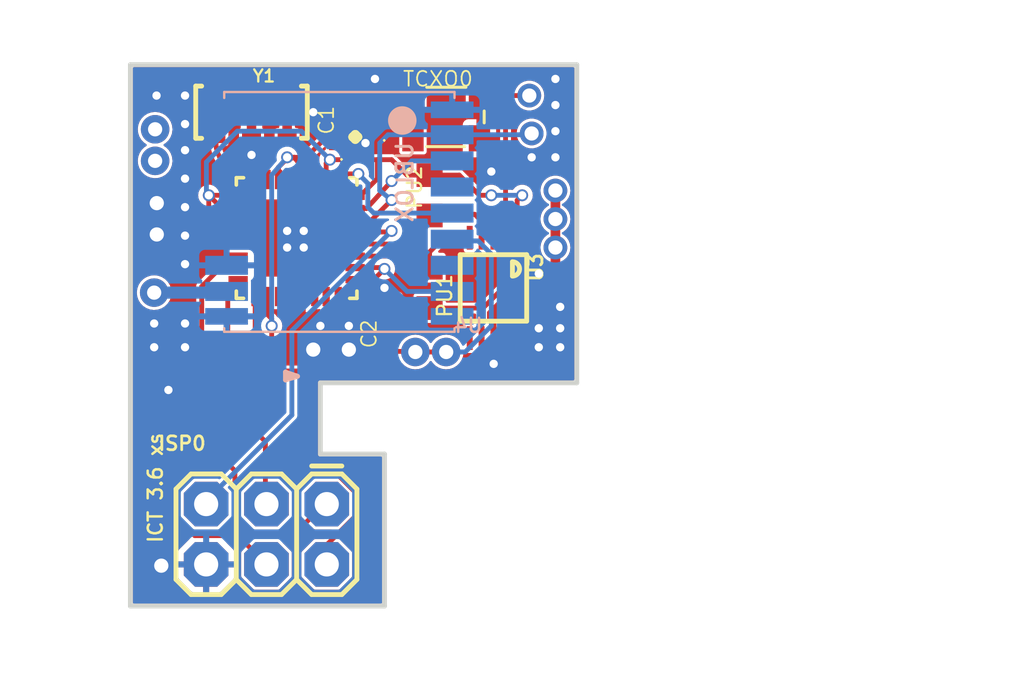
<source format=kicad_pcb>
(kicad_pcb (version 20211014) (generator pcbnew)
  (layers (0 "F.Cu" signal) (31 "B.Cu" signal) (34 "B.Paste" user) (35 "F.Paste" user) (36 "B.SilkS" user "B.Silkscreen") (37 "F.SilkS" user "F.Silkscreen") (38 "B.Mask" user) (39 "F.Mask" user) (44 "Edge.Cuts" user))
  (net 0 "")
  (net 1 "GND")
  (net 2 "RESET")
  (net 3 "SCK")
  (net 4 "MISO")
  (net 5 "MOSI")
  (net 6 "SERIAL_OUT")
  (net 7 "SERIAL_IN")
  (net 8 "SDA")
  (net 9 "SCL")
  (net 10 "ANT")
  (net 11 "N$19")
  (net 12 "VIN")
  (net 13 "GND/NC")
  (net 14 "N$7")
  (net 15 "N$8")
  (net 16 "N$1")
  (net 17 "ENABLE")
  (net 18 "GPS")
  (net 19 "GPS-OFF")
  (net 20 "N$3")
  (net 21 "GPS_POWER")
  (net 22 "7_VCC_IO")
  (net 23 "9_V_RESET")
  (footprint "ict_v361-xs:R0603" (layer "F.Cu") (at 151.7011 103.0036 -90)
    (fp_text reference "PU1" (at -0.635 -0.635 90) (layer "F.SilkS") (effects (font (size 0.606528 0.606528) (thickness 0.093472)) (justify right)))
    (fp_text value "")
    (pad "1" smd rect (at -0.85 0 270) (size 1 1.1) (layers "F.Cu" "F.Paste" "F.Mask") (net 8 "SDA"))
    (pad "2" smd rect (at 0.85 0 270) (size 1 1.1) (layers "F.Cu" "F.Paste" "F.Mask") (net 17 "ENABLE"))
  )
  (footprint "ict_v361-xs:R0603" (layer "F.Cu") (at 151.7011 99.1036 90)
    (fp_text reference "PU2" (at -0.635 -0.635 90) (layer "F.SilkS") (effects (font (size 0.606528 0.606528) (thickness 0.093472)) (justify left)))
    (fp_text value "")
    (pad "1" smd rect (at -0.85 0 90) (size 1 1.1) (layers "F.Cu" "F.Paste" "F.Mask") (net 9 "SCL"))
    (pad "2" smd rect (at 0.85 0 90) (size 1 1.1) (layers "F.Cu" "F.Paste" "F.Mask") (net 17 "ENABLE"))
  )
  (footprint "ict_v361-xs:QFN50P500X500X100-33N" (layer "F.Cu") (at 146.1011 100.9036 -90)
    (fp_text reference "U4" hide)
    (fp_text value "ATMEGA328P-MU" hide)
    (fp_text user "." (at -3.4925 -2.8575 -90) (layer "F.SilkS") (effects (font (size 2.159 2.159) (thickness 0.381)) (justify left bottom)))
    (fp_line (start 2.54 2.54) (end 2.54 2.2352) (layer "F.SilkS") (width 0.1524))
    (fp_line (start 2.2352 2.54) (end 2.54 2.54) (layer "F.SilkS") (width 0.1524))
    (fp_line (start 2.54 -2.54) (end 2.2352 -2.54) (layer "F.SilkS") (width 0.1524))
    (fp_line (start 2.54 -2.2352) (end 2.54 -2.54) (layer "F.SilkS") (width 0.1524))
    (fp_line (start -2.54 2.2352) (end -2.54 2.54) (layer "F.SilkS") (width 0.1524))
    (fp_line (start -2.54 -2.54) (end -2.54 -2.2352) (layer "F.SilkS") (width 0.1524))
    (fp_line (start -2.54 2.54) (end -2.2352 2.54) (layer "F.SilkS") (width 0.1524))
    (fp_line (start -2.2352 -2.54) (end -2.54 -2.54) (layer "F.SilkS") (width 0.1524))
    (pad "1" smd rect (at -2.4638 -1.7526 180) (size 0.3048 0.8128) (layers "F.Cu" "F.Paste" "F.Mask") (net 19 "GPS-OFF"))
    (pad "2" smd rect (at -2.4638 -1.2446 180) (size 0.3048 0.8128) (layers "F.Cu" "F.Paste" "F.Mask") (net 17 "ENABLE"))
    (pad "3" smd rect (at -2.4638 -0.762 180) (size 0.3048 0.8128) (layers "F.Cu" "F.Paste" "F.Mask") (net 1 "GND"))
    (pad "4" smd rect (at -2.4638 -0.254 180) (size 0.3048 0.8128) (layers "F.Cu" "F.Paste" "F.Mask") (net 12 "VIN"))
    (pad "5" smd rect (at -2.4638 0.254 180) (size 0.3048 0.8128) (layers "F.Cu" "F.Paste" "F.Mask") (net 1 "GND"))
    (pad "6" smd rect (at -2.4638 0.762 180) (size 0.3048 0.8128) (layers "F.Cu" "F.Paste" "F.Mask") (net 12 "VIN"))
    (pad "7" smd rect (at -2.4638 1.2446 180) (size 0.3048 0.8128) (layers "F.Cu" "F.Paste" "F.Mask") (net 16 "N$1"))
    (pad "8" smd rect (at -2.4638 1.7526 180) (size 0.3048 0.8128) (layers "F.Cu" "F.Paste" "F.Mask") (net 20 "N$3"))
    (pad "9" smd rect (at -1.7526 2.4638 90) (size 0.3048 0.8128) (layers "F.Cu" "F.Paste" "F.Mask") (net 17 "ENABLE"))
    (pad "10" smd rect (at -1.2446 2.4638 90) (size 0.3048 0.8128) (layers "F.Cu" "F.Paste" "F.Mask") (net 17 "ENABLE"))
    (pad "11" smd rect (at -0.762 2.4638 90) (size 0.3048 0.8128) (layers "F.Cu" "F.Paste" "F.Mask") (net 17 "ENABLE"))
    (pad "12" smd rect (at -0.254 2.4638 90) (size 0.3048 0.8128) (layers "F.Cu" "F.Paste" "F.Mask"))
    (pad "13" smd rect (at 0.254 2.4638 90) (size 0.3048 0.8128) (layers "F.Cu" "F.Paste" "F.Mask"))
    (pad "14" smd rect (at 0.762 2.4638 90) (size 0.3048 0.8128) (layers "F.Cu" "F.Paste" "F.Mask"))
    (pad "15" smd rect (at 1.2446 2.4638 90) (size 0.3048 0.8128) (layers "F.Cu" "F.Paste" "F.Mask") (net 5 "MOSI"))
    (pad "16" smd rect (at 1.7526 2.4638 90) (size 0.3048 0.8128) (layers "F.Cu" "F.Paste" "F.Mask") (net 4 "MISO"))
    (pad "17" smd rect (at 2.4638 1.7526 180) (size 0.3048 0.8128) (layers "F.Cu" "F.Paste" "F.Mask") (net 3 "SCK"))
    (pad "18" smd rect (at 2.4638 1.2446 180) (size 0.3048 0.8128) (layers "F.Cu" "F.Paste" "F.Mask") (net 12 "VIN"))
    (pad "19" smd rect (at 2.4638 0.762 180) (size 0.3048 0.8128) (layers "F.Cu" "F.Paste" "F.Mask"))
    (pad "20" smd rect (at 2.4638 0.254 180) (size 0.3048 0.8128) (layers "F.Cu" "F.Paste" "F.Mask"))
    (pad "21" smd rect (at 2.4638 -0.254 180) (size 0.3048 0.8128) (layers "F.Cu" "F.Paste" "F.Mask") (net 1 "GND"))
    (pad "22" smd rect (at 2.4638 -0.762 180) (size 0.3048 0.8128) (layers "F.Cu" "F.Paste" "F.Mask"))
    (pad "23" smd rect (at 2.4638 -1.2446 180) (size 0.3048 0.8128) (layers "F.Cu" "F.Paste" "F.Mask") (net 21 "GPS_POWER"))
    (pad "24" smd rect (at 2.4638 -1.7526 180) (size 0.3048 0.8128) (layers "F.Cu" "F.Paste" "F.Mask") (net 21 "GPS_POWER"))
    (pad "25" smd rect (at 1.7526 -2.4638 90) (size 0.3048 0.8128) (layers "F.Cu" "F.Paste" "F.Mask") (net 21 "GPS_POWER"))
    (pad "26" smd rect (at 1.2446 -2.4638 90) (size 0.3048 0.8128) (layers "F.Cu" "F.Paste" "F.Mask") (net 21 "GPS_POWER"))
    (pad "27" smd rect (at 0.762 -2.4638 90) (size 0.3048 0.8128) (layers "F.Cu" "F.Paste" "F.Mask") (net 8 "SDA"))
    (pad "28" smd rect (at 0.254 -2.4638 90) (size 0.3048 0.8128) (layers "F.Cu" "F.Paste" "F.Mask") (net 9 "SCL"))
    (pad "29" smd rect (at -0.254 -2.4638 90) (size 0.3048 0.8128) (layers "F.Cu" "F.Paste" "F.Mask") (net 2 "RESET"))
    (pad "30" smd rect (at -0.762 -2.4638 90) (size 0.3048 0.8128) (layers "F.Cu" "F.Paste" "F.Mask") (net 7 "SERIAL_IN"))
    (pad "31" smd rect (at -1.2446 -2.4638 90) (size 0.3048 0.8128) (layers "F.Cu" "F.Paste" "F.Mask") (net 6 "SERIAL_OUT"))
    (pad "32" smd rect (at -1.7526 -2.4638 90) (size 0.3048 0.8128) (layers "F.Cu" "F.Paste" "F.Mask") (net 17 "ENABLE"))
    (pad "33" smd rect (at 0 0 270) (size 3.2512 3.2512) (layers "F.Cu" "F.Paste" "F.Mask") (net 1 "GND"))
  )
  (footprint "ict_v361-xs:3.2X2.5_KXO-84-TCXO" (layer "F.Cu") (at 152.4011 95.8036)
    (fp_text reference "TCXO0" (at -1.87 -1.6) (layer "F.SilkS") (effects (font (size 0.625222 0.625222) (thickness 0.074778)) (justify left)))
    (fp_text value "")
    (fp_line (start -0.82 -1.25) (end 0.83 -1.25) (layer "F.SilkS") (width 0.127))
    (fp_line (start -0.82 1.25) (end 0.78 1.25) (layer "F.SilkS") (width 0.127))
    (fp_line (start -1.6 -0.25) (end -1.6 0.25) (layer "F.SilkS") (width 0.127))
    (fp_line (start 1.6 -0.25) (end 1.6 0.25) (layer "F.SilkS") (width 0.127))
    (pad "1" smd rect (at -1.4 0.9) (size 0.9 1.1) (layers "F.Cu" "F.Paste" "F.Mask") (net 13 "GND/NC"))
    (pad "2" smd rect (at 1.4 0.9) (size 0.9 1.1) (layers "F.Cu" "F.Paste" "F.Mask") (net 1 "GND"))
    (pad "3" smd rect (at 1.4 -0.9) (size 0.9 1.1) (layers "F.Cu" "F.Paste" "F.Mask") (net 11 "N$19"))
    (pad "4" smd rect (at -1.4 -0.9) (size 0.9 1.1) (layers "F.Cu" "F.Paste" "F.Mask") (net 12 "VIN"))
  )
  (footprint "ict_v361-xs:C0603K" (layer "F.Cu") (at 149.8011 104.8036 90)
    (fp_text reference "C2" (at -0.8 -0.65 90) (layer "F.SilkS") (effects (font (size 0.625222 0.625222) (thickness 0.074778)) (justify left)))
    (fp_text value "")
    (pad "1" smd rect (at -0.875 0 90) (size 1.05 1.08) (layers "F.Cu" "F.Paste" "F.Mask") (net 12 "VIN"))
    (pad "2" smd rect (at 0.875 0 90) (size 1.05 1.08) (layers "F.Cu" "F.Paste" "F.Mask") (net 1 "GND"))
  )
  (footprint "ict_v361-xs:2X3" (layer "F.Cu") (at 147.3705 112.1102 180)
    (fp_text reference "ISP0" (at 5.03 2.555) (layer "F.SilkS") (effects (font (size 0.5857 0.5857) (thickness 0.1143)) (justify right)))
    (fp_text value "")
    (fp_line (start 1.27 0.635) (end 1.905 1.27) (layer "F.SilkS") (width 0.2032))
    (fp_line (start 1.905 -3.81) (end 3.175 -3.81) (layer "F.SilkS") (width 0.2032))
    (fp_line (start 3.81 0.635) (end 4.445 1.27) (layer "F.SilkS") (width 0.2032))
    (fp_line (start 4.445 1.27) (end 5.715 1.27) (layer "F.SilkS") (width 0.2032))
    (fp_line (start 5.715 -3.81) (end 6.35 -3.175) (layer "F.SilkS") (width 0.2032))
    (fp_line (start 3.81 -3.175) (end 4.445 -3.81) (layer "F.SilkS") (width 0.2032))
    (fp_line (start 1.905 1.27) (end 3.175 1.27) (layer "F.SilkS") (width 0.2032))
    (fp_line (start 3.175 1.27) (end 3.81 0.635) (layer "F.SilkS") (width 0.2032))
    (fp_line (start -0.635 -3.81) (end 0.635 -3.81) (layer "F.SilkS") (width 0.2032))
    (fp_line (start -0.635 1.27) (end 0.635 1.27) (layer "F.SilkS") (width 0.2032))
    (fp_line (start -1.27 -3.175) (end -0.635 -3.81) (layer "F.SilkS") (width 0.2032))
    (fp_line (start 0.635 1.27) (end 1.27 0.635) (layer "F.SilkS") (width 0.2032))
    (fp_line (start 0.635 1.605) (end -0.635 1.605) (layer "F.SilkS") (width 0.2032))
    (fp_line (start -1.27 0.635) (end -0.635 1.27) (layer "F.SilkS") (width 0.2032))
    (fp_line (start 1.27 -3.175) (end 1.27 0.635) (layer "F.SilkS") (width 0.2032))
    (fp_line (start 3.175 -3.81) (end 3.81 -3.175) (layer "F.SilkS") (width 0.2032))
    (fp_line (start 4.445 -3.81) (end 5.715 -3.81) (layer "F.SilkS") (width 0.2032))
    (fp_line (start 3.81 -3.175) (end 3.81 0.635) (layer "F.SilkS") (width 0.2032))
    (fp_line (start 0.635 -3.81) (end 1.27 -3.175) (layer "F.SilkS") (width 0.2032))
    (fp_line (start 6.35 -3.175) (end 6.35 0.635) (layer "F.SilkS") (width 0.2032))
    (fp_line (start -1.27 0.635) (end -1.27 -3.175) (layer "F.SilkS") (width 0.2032))
    (fp_line (start 5.715 1.27) (end 6.35 0.635) (layer "F.SilkS") (width 0.2032))
    (fp_line (start 1.27 -3.175) (end 1.905 -3.81) (layer "F.SilkS") (width 0.2032))
    (pad "1" thru_hole roundrect (at 0 0 180) (size 1.8796 1.8796) (drill 1.016) (layers *.Cu *.Mask) (chamfer_ratio 0.25) (chamfer top_left top_right bottom_left bottom_right) (net 4 "MISO"))
    (pad "2" thru_hole roundrect (at 0 -2.54 180) (size 1.8796 1.8796) (drill 1.016) (layers *.Cu *.Mask) (chamfer_ratio 0.25) (chamfer top_left top_right bottom_left bottom_right) (net 12 "VIN"))
    (pad "3" thru_hole roundrect (at 2.54 0 180) (size 1.8796 1.8796) (drill 1.016) (layers *.Cu *.Mask) (chamfer_ratio 0.25) (chamfer top_left top_right bottom_left bottom_right) (net 3 "SCK"))
    (pad "4" thru_hole roundrect (at 2.54 -2.54 180) (size 1.8796 1.8796) (drill 1.016) (layers *.Cu *.Mask) (chamfer_ratio 0.25) (chamfer top_left top_right bottom_left bottom_right) (net 5 "MOSI"))
    (pad "5" thru_hole roundrect (at 5.08 0 180) (size 1.8796 1.8796) (drill 1.016) (layers *.Cu *.Mask) (chamfer_ratio 0.25) (chamfer top_left top_right bottom_left bottom_right) (net 2 "RESET"))
    (pad "6" thru_hole roundrect (at 5.08 -2.54 180) (size 1.8796 1.8796) (drill 1.016) (layers *.Cu *.Mask) (chamfer_ratio 0.25) (chamfer top_left top_right bottom_left bottom_right) (net 1 "GND"))
  )
  (footprint "ict_v361-xs:C0603K" (layer "F.Cu") (at 148.0011 95.8036 90)
    (fp_text reference "C1" (at -0.8 -0.65 90) (layer "F.SilkS") (effects (font (size 0.625222 0.625222) (thickness 0.074778)) (justify left)))
    (fp_text value "")
    (pad "1" smd rect (at -0.875 0 90) (size 1.05 1.08) (layers "F.Cu" "F.Paste" "F.Mask") (net 12 "VIN"))
    (pad "2" smd rect (at 0.875 0 90) (size 1.05 1.08) (layers "F.Cu" "F.Paste" "F.Mask") (net 1 "GND"))
  )
  (footprint "ict_v361-xs:RESONATOR-SMD-4.5X2.0" (layer "F.Cu") (at 144.2011 95.6036)
    (fp_text reference "Y1" (at 0 -1.524) (layer "F.SilkS") (effects (font (size 0.512064 0.512064) (thickness 0.097536)) (justify left)))
    (fp_text value "")
    (fp_poly (pts (xy -1.9 -0.8) (xy -1.1 -0.8) (xy -1.1 -1.3) (xy -1.9 -1.3)) (layer "F.Cu") (width 0) (fill solid))
    (fp_poly (pts (xy 1.1 -0.8) (xy 1.9 -0.8) (xy 1.9 -1.3) (xy 1.1 -1.3)) (layer "F.Cu") (width 0) (fill solid))
    (fp_poly (pts (xy -0.4 -0.8) (xy 0.4 -0.8) (xy 0.4 -1.3) (xy -0.4 -1.3)) (layer "F.Cu") (width 0) (fill solid))
    (fp_poly (pts (xy -1.9 1.3) (xy -1.1 1.3) (xy -1.1 0.8) (xy -1.9 0.8)) (layer "F.Cu") (width 0) (fill solid))
    (fp_poly (pts (xy 1.1 1.3) (xy 1.9 1.3) (xy 1.9 0.8) (xy 1.1 0.8)) (layer "F.Cu") (width 0) (fill solid))
    (fp_poly (pts (xy -0.4 1.3) (xy 0.4 1.3) (xy 0.4 0.8) (xy -0.4 0.8)) (layer "F.Cu") (width 0) (fill solid))
    (fp_line (start -2.35 1.1) (end -2.35 -1.1) (layer "F.SilkS") (width 0.2032))
    (fp_line (start -2.1 1.1) (end -2.35 1.1) (layer "F.SilkS") (width 0.2032))
    (fp_line (start -2.1 -1.1) (end -2.35 -1.1) (layer "F.SilkS") (width 0.2032))
    (fp_line (start 2.35 -1.1) (end 2.1 -1.1) (layer "F.SilkS") (width 0.2032))
    (fp_line (start 2.35 1.1) (end 2.35 -1.1) (layer "F.SilkS") (width 0.2032))
    (fp_line (start 2.35 1.1) (end 2.1 1.1) (layer "F.SilkS") (width 0.2032))
    (pad "1" smd rect (at -1.5 0) (size 0.4 1.6) (layers "F.Cu" "F.Paste" "F.Mask") (net 20 "N$3"))
    (pad "2" smd rect (at 0 0) (size 0.4 1.6) (layers "F.Cu" "F.Paste" "F.Mask") (net 1 "GND"))
    (pad "3" smd rect (at 1.5 0) (size 0.4 1.6) (layers "F.Cu" "F.Paste" "F.Mask") (net 16 "N$1"))
  )
  (footprint "ict_v361-xs:MSOP10" (layer "F.Cu") (at 154.391 103.0052 180)
    (fp_text reference "U3" (at -1.778 1.524 90) (layer "F.SilkS") (effects (font (size 0.580031 0.580031) (thickness 0.119969)) (justify right)))
    (fp_text value "Si5351")
    (fp_line (start -1.4 -1.4) (end 1.4 -1.4) (layer "F.SilkS") (width 0.2032))
    (fp_line (start 1.4 -1.4) (end 1.4 1.4) (layer "F.SilkS") (width 0.2032))
    (fp_line (start -0.8 0.5) (end -0.8 1.1) (layer "F.SilkS") (width 0.2032))
    (fp_line (start -1.4 1.4) (end -1.4 -1.4) (layer "F.SilkS") (width 0.2032))
    (fp_line (start 1.4 1.4) (end -1.4 1.4) (layer "F.SilkS") (width 0.2032))
    (fp_arc (start -0.8 1.1) (mid -1.1 0.8) (end -0.8 0.5) (layer "F.SilkS") (width 0.2032))
    (pad "1" smd rect (at -1 2.1131 180) (size 0.25 1) (layers "F.Cu" "F.Paste" "F.Mask") (net 17 "ENABLE"))
    (pad "2" smd rect (at -0.5 2.1131 180) (size 0.25 1) (layers "F.Cu" "F.Paste" "F.Mask") (net 11 "N$19"))
    (pad "3" smd rect (at 0 2.1131 180) (size 0.25 1) (layers "F.Cu" "F.Paste" "F.Mask"))
    (pad "4" smd rect (at 0.5 2.1131 180) (size 0.25 1) (layers "F.Cu" "F.Paste" "F.Mask") (net 9 "SCL"))
    (pad "5" smd rect (at 1 2.1131 180) (size 0.25 1) (layers "F.Cu" "F.Paste" "F.Mask") (net 8 "SDA"))
    (pad "6" smd rect (at 1 -2.1131) (size 0.25 1) (layers "F.Cu" "F.Paste" "F.Mask"))
    (pad "7" smd rect (at 0.5 -2.1131) (size 0.25 1) (layers "F.Cu" "F.Paste" "F.Mask") (net 17 "ENABLE"))
    (pad "8" smd rect (at 0 -2.1131) (size 0.25 1) (layers "F.Cu" "F.Paste" "F.Mask") (net 1 "GND"))
    (pad "9" smd rect (at -0.5 -2.1131) (size 0.25 1) (layers "F.Cu" "F.Paste" "F.Mask"))
    (pad "10" smd rect (at -1 -2.1131) (size 0.25 1) (layers "F.Cu" "F.Paste" "F.Mask") (net 10 "ANT"))
  )
  (footprint "ict_v361-xs:UBLOX_MAX" (layer "B.Cu") (at 147.7011 99.9036)
    (fp_text reference "U$2" hide)
    (fp_text value "UBLOX_MAX" hide)
    (fp_text user "UBLOX" (at 3.35875 -3.10625 90) (layer "B.SilkS") (effects (font (size 0.69088 0.69088) (thickness 0.12192)) (justify left bottom mirror)))
    (fp_line (start -4.65 -5.15) (end 5.05 -5.15) (layer "B.SilkS") (width 0.1))
    (fp_line (start 5.05 4.95) (end 5.05 4.8) (layer "B.SilkS") (width 0.1))
    (fp_line (start -4.65 -4.9) (end -4.65 -5.15) (layer "B.SilkS") (width 0.1))
    (fp_line (start -4.65 4.95) (end 5.05 4.95) (layer "B.SilkS") (width 0.1))
    (fp_line (start -4.65 4.95) (end -4.65 4.8) (layer "B.SilkS") (width 0.1))
    (fp_line (start 5.05 -4.9) (end 5.05 -5.15) (layer "B.SilkS") (width 0.1))
    (fp_circle (center 2.85 -3.95) (end 3.15 -3.95) (layer "B.SilkS") (width 0.6) (fill solid))
    (pad "1_GND" smd rect (at 4.95 -4.4) (size 1.8 0.7) (layers "B.Cu" "B.Paste" "B.Mask") (net 1 "GND"))
    (pad "2_TXD1" smd rect (at 4.95 -3.35) (size 1.8 0.8) (layers "B.Cu" "B.Paste" "B.Mask") (net 7 "SERIAL_IN"))
    (pad "3_RXD1" smd rect (at 4.95 -2.25) (size 1.8 0.8) (layers "B.Cu" "B.Paste" "B.Mask") (net 6 "SERIAL_OUT"))
    (pad "4_TIMEPULSE" smd rect (at 4.95 -1.15) (size 1.8 0.8) (layers "B.Cu" "B.Paste" "B.Mask"))
    (pad "5_EXTINT0" smd rect (at 4.95 -0.05) (size 1.8 0.8) (layers "B.Cu" "B.Paste" "B.Mask") (net 19 "GPS-OFF"))
    (pad "6_V_BCKP" smd rect (at 4.95 1.05) (size 1.8 0.8) (layers "B.Cu" "B.Paste" "B.Mask") (net 12 "VIN"))
    (pad "7_VCC_IO" smd rect (at 4.95 2.15) (size 1.8 0.8) (layers "B.Cu" "B.Paste" "B.Mask") (net 22 "7_VCC_IO"))
    (pad "8_VCC" smd rect (at 4.95 3.25) (size 1.8 0.8) (layers "B.Cu" "B.Paste" "B.Mask") (net 21 "GPS_POWER"))
    (pad "9_V_RESET" smd rect (at 4.95 4.3) (size 1.8 0.7) (layers "B.Cu" "B.Paste" "B.Mask") (net 23 "9_V_RESET"))
    (pad "10_GND" smd rect (at -4.55 4.3) (size 1.8 0.7) (layers "B.Cu" "B.Paste" "B.Mask") (net 1 "GND"))
    (pad "11_RF_IN" smd rect (at -4.55 3.25) (size 1.8 0.8) (layers "B.Cu" "B.Paste" "B.Mask") (net 18 "GPS"))
    (pad "12_GND" smd rect (at -4.55 2.15) (size 1.8 0.8) (layers "B.Cu" "B.Paste" "B.Mask") (net 1 "GND"))
  )
  (gr_line (start 146.1389 106.728) (end 145.6309 106.8804) (layer "B.SilkS") (width 0.2032))
  (gr_line (start 145.6309 106.8804) (end 145.6309 106.5502) (layer "B.SilkS") (width 0.2032))
  (gr_line (start 145.6309 106.5502) (end 145.7325 106.7788) (layer "B.SilkS") (width 0.2032))
  (gr_line (start 145.7325 106.7788) (end 145.8595 106.7026) (layer "B.SilkS") (width 0.2032))
  (gr_line (start 145.6309 106.5502) (end 146.1389 106.728) (layer "B.SilkS") (width 0.2032))
  (gr_line (start 139.1011 93.6036) (end 157.9011 93.6036) (layer "Edge.Cuts") (width 0.2032))
  (gr_line (start 139.1011 116.4036) (end 139.1011 93.6036) (layer "Edge.Cuts") (width 0.2032))
  (gr_line (start 149.8011 110.0036) (end 149.8011 116.4036) (layer "Edge.Cuts") (width 0.2032))
  (gr_line (start 149.8011 116.4036) (end 139.1011 116.4036) (layer "Edge.Cuts") (width 0.2032))
  (gr_line (start 147.1011 110.0036) (end 149.8011 110.0036) (layer "Edge.Cuts") (width 0.2032))
  (gr_line (start 147.1011 107.0036) (end 147.1011 110.0036) (layer "Edge.Cuts") (width 0.2032))
  (gr_line (start 157.9011 107.0036) (end 147.1011 107.0036) (layer "Edge.Cuts") (width 0.2032))
  (gr_line (start 157.9011 93.6036) (end 157.9011 107.0036) (layer "Edge.Cuts") (width 0.2032))
  (gr_text "U4" (at 152.6667 104.2388) (layer "B.SilkS") (effects (font (size 0.595 0.595) (thickness 0.105)) (justify right top mirror)))
  (gr_text "ICT 3.6 xs" (at 140.5011 113.8036 90) (layer "F.SilkS") (effects (font (size 0.595 0.595) (thickness 0.105)) (justify left bottom)))
  (gr_text "." (at 149.6011 96.9036) (layer "F.SilkS") (effects (font (size 0.644 0.644) (thickness 0.056)) (justify left bottom)))
  (gr_text "." (at 147.8011 97.7036) (layer "F.SilkS") (effects (font (size 0.644 0.644) (thickness 0.056)) (justify left bottom)))
  (segment (start 144.2011 96.1036) (end 144.2011 97.4036) (width 0.2032) (layer "F.Cu") (net 1))
  (segment (start 145.8471 98.4398) (end 145.8471 100.6496) (width 0.2032) (layer "F.Cu") (net 1))
  (segment (start 146.3551 101.1576) (end 146.1011 100.9036) (width 0.2032) (layer "F.Cu") (net 1))
  (segment (start 145.8471 100.6496) (end 146.1011 100.9036) (width 0.2032) (layer "F.Cu") (net 1))
  (segment (start 146.8631 100.1416) (end 146.1011 100.9036) (width 0.2032) (layer "F.Cu") (net 1))
  (segment (start 146.3551 103.3674) (end 146.3551 101.1576) (width 0.2032) (layer "F.Cu") (net 1))
  (segment (start 146.9011 98.4778) (end 146.8631 98.4398) (width 0.2032) (layer "F.Cu") (net 1))
  (segment (start 146.8631 98.4398) (end 146.8631 100.1416) (width 0.2032) (layer "F.Cu") (net 1))
  (via (at 156.3011 105.5036) (size 0.5024) (drill 0.35) (layers "F.Cu" "B.Cu") (net 1))
  (via (at 149.0011 96.9036) (size 0.5024) (drill 0.35) (layers "F.Cu" "B.Cu") (net 1))
  (via (at 141.4011 94.9036) (size 0.5024) (drill 0.35) (layers "F.Cu" "B.Cu") (net 1))
  (via (at 157.2011 105.5036) (size 0.5024) (drill 0.35) (layers "F.Cu" "B.Cu") (net 1))
  (via (at 140.2111 100.7536) (size 1.2) (drill 0.6) (layers "F.Cu" "B.Cu") (net 1))
  (via (at 145.7011 101.3036) (size 0.5024) (drill 0.35) (layers "F.Cu" "B.Cu") (net 1))
  (via (at 146.4011 101.3036) (size 0.5024) (drill 0.35) (layers "F.Cu" "B.Cu") (net 1))
  (via (at 156.3011 102.4036) (size 0.5024) (drill 0.35) (layers "F.Cu" "B.Cu") (net 1))
  (via (at 154.3011 98.1036) (size 0.5024) (drill 0.35) (layers "F.Cu" "B.Cu") (net 1))
  (via (at 141.4011 104.5036) (size 0.5024) (drill 0.35) (layers "F.Cu" "B.Cu") (net 1))
  (via (at 156.3011 104.7036) (size 0.5024) (drill 0.35) (layers "F.Cu" "B.Cu") (net 1))
  (via (at 140.7011 107.3036) (size 0.5024) (drill 0.35) (layers "F.Cu" "B.Cu") (net 1))
  (via (at 157.0011 96.4036) (size 0.5024) (drill 0.35) (layers "F.Cu" "B.Cu") (net 1))
  (via (at 141.4011 96.1036) (size 0.5024) (drill 0.35) (layers "F.Cu" "B.Cu") (net 1))
  (via (at 154.4011 106.2036) (size 0.5024) (drill 0.35) (layers "F.Cu" "B.Cu") (net 1))
  (via (at 140.4011 114.7036) (size 0.7) (drill 0.6) (layers "F.Cu" "B.Cu") (net 1))
  (via (at 140.1011 105.5036) (size 0.5024) (drill 0.35) (layers "F.Cu" "B.Cu") (net 1))
  (via (at 148.3011 104.6036) (size 0.5024) (drill 0.35) (layers "F.Cu" "B.Cu") (net 1))
  (via (at 147.1011 104.6036) (size 0.5024) (drill 0.35) (layers "F.Cu" "B.Cu") (net 1))
  (via (at 157.0011 95.3036) (size 0.5024) (drill 0.35) (layers "F.Cu" "B.Cu") (net 1))
  (via (at 157.2011 104.7036) (size 0.5024) (drill 0.35) (layers "F.Cu" "B.Cu") (net 1))
  (via (at 157.0011 94.2036) (size 0.5024) (drill 0.35) (layers "F.Cu" "B.Cu") (net 1))
  (via (at 140.2011 94.9036) (size 0.5024) (drill 0.35) (layers "F.Cu" "B.Cu") (net 1))
  (via (at 149.4011 94.2036) (size 0.5024) (drill 0.35) (layers "F.Cu" "B.Cu") (net 1))
  (via (at 145.7011 100.6036) (size 0.5024) (drill 0.35) (layers "F.Cu" "B.Cu") (net 1))
  (via (at 146.4011 100.6036) (size 0.5024) (drill 0.35) (layers "F.Cu" "B.Cu") (net 1))
  (via (at 157.0011 97.5036) (size 0.5024) (drill 0.35) (layers "F.Cu" "B.Cu") (net 1))
  (via (at 157.2011 103.8036) (size 0.5024) (drill 0.35) (layers "F.Cu" "B.Cu") (net 1))
  (via (at 141.4011 100.8036) (size 0.5024) (drill 0.35) (layers "F.Cu" "B.Cu") (net 1))
  (via (at 141.4011 102.0036) (size 0.5024) (drill 0.35) (layers "F.Cu" "B.Cu") (net 1))
  (via (at 144.2011 97.4036) (size 0.5024) (drill 0.35) (layers "F.Cu" "B.Cu") (net 1))
  (via (at 146.8011 95.6036) (size 0.5024) (drill 0.35) (layers "F.Cu" "B.Cu") (net 1))
  (via (at 146.8011 105.6036) (size 1.2) (drill 0.6) (layers "F.Cu" "B.Cu") (net 1))
  (via (at 141.4011 98.4036) (size 0.5024) (drill 0.35) (layers "F.Cu" "B.Cu") (net 1))
  (via (at 141.4011 105.5036) (size 0.5024) (drill 0.35) (layers "F.Cu" "B.Cu") (net 1))
  (via (at 141.4011 99.6036) (size 0.5024) (drill 0.35) (layers "F.Cu" "B.Cu") (net 1))
  (via (at 156.0011 97.5036) (size 0.5024) (drill 0.35) (layers "F.Cu" "B.Cu") (net 1))
  (via (at 140.1011 104.5036) (size 0.5024) (drill 0.35) (layers "F.Cu" "B.Cu") (net 1))
  (via (at 141.4011 97.2036) (size 0.5024) (drill 0.35) (layers "F.Cu" "B.Cu") (net 1))
  (via (at 149.8011 103.0036) (size 0.5024) (drill 0.35) (layers "F.Cu" "B.Cu") (net 1))
  (via (at 148.3011 105.6036) (size 1.2) (drill 0.6) (layers "F.Cu" "B.Cu") (net 1))
  (via (at 140.2111 99.4336) (size 1.2) (drill 0.6) (layers "F.Cu" "B.Cu") (net 1))
  (segment (start 148.5649 100.6496) (end 150.0876 100.6496) (width 0.2032) (layer "F.Cu") (net 2))
  (segment (start 150.0876 100.6496) (end 150.1011 100.6036) (width 0.2032) (layer "F.Cu") (net 2))
  (via (at 150.1011 100.6036) (size 0.5024) (drill 0.35) (layers "F.Cu" "B.Cu") (net 2))
  (segment (start 145.9011 108.3613) (end 142.3091 111.9533) (width 0.2032) (layer "B.Cu") (net 2))
  (segment (start 142.3091 111.9533) (end 142.2905 112.1102) (width 0.2032) (layer "B.Cu") (net 2))
  (segment (start 145.9011 104.8036) (end 145.9011 108.3613) (width 0.2032) (layer "B.Cu") (net 2))
  (segment (start 145.9011 104.8036) (end 150.1011 100.6036) (width 0.2032) (layer "B.Cu") (net 2))
  (segment (start 144.3903 103.3681) (end 144.3485 103.3674) (width 0.2032) (layer "F.Cu") (net 3))
  (segment (start 144.7856 111.9533) (end 144.7856 109.4768) (width 0.2032) (layer "F.Cu") (net 3))
  (segment (start 144.3554 103.367444) (end 144.3485 103.3674) (width 0.2032) (layer "F.Cu") (net 3))
  (segment (start 144.7856 111.9533) (end 144.8305 112.1102) (width 0.2032) (layer "F.Cu") (net 3))
  (segment (start 144.3554 109.0466) (end 144.3554 103.367444) (width 0.2032) (layer "F.Cu") (net 3))
  (segment (start 144.7856 109.4768) (end 144.3554 109.0466) (width 0.2032) (layer "F.Cu") (net 3))
  (segment (start 147.2621 112.1184) (end 147.3705 112.1102) (width 0.2032) (layer "F.Cu") (net 4))
  (segment (start 143.2011 103.0924) (end 143.2011 110.4036) (width 0.2032) (layer "F.Cu") (net 4))
  (segment (start 143.2011 110.4036) (end 143.5011 110.7036) (width 0.2032) (layer "F.Cu") (net 4))
  (segment (start 145.9413 113.4392) (end 147.2621 112.1184) (width 0.2032) (layer "F.Cu") (net 4))
  (segment (start 143.5011 112.8036) (end 144.1367 113.4392) (width 0.2032) (layer "F.Cu") (net 4))
  (segment (start 144.1367 113.4392) (end 145.9413 113.4392) (width 0.2032) (layer "F.Cu") (net 4))
  (segment (start 143.6373 102.6562) (end 143.2011 103.0924) (width 0.2032) (layer "F.Cu") (net 4))
  (segment (start 143.5011 110.7036) (end 143.5011 112.8036) (width 0.2032) (layer "F.Cu") (net 4))
  (segment (start 141.8138 113.4392) (end 140.9883 112.6137) (width 0.2032) (layer "F.Cu") (net 5))
  (segment (start 143.7299 102.1124) (end 143.6373 102.1482) (width 0.2032) (layer "F.Cu") (net 5))
  (segment (start 144.7856 114.5949) (end 144.8305 114.6502) (width 0.2032) (layer "F.Cu") (net 5))
  (segment (start 142.1044 102.9426) (end 142.9346 102.1124) (width 0.2032) (layer "F.Cu") (net 5))
  (segment (start 143.6015 102.1124) (end 142.9346 102.1124) (width 0.2032) (layer "F.Cu") (net 5))
  (segment (start 143.6373 102.1482) (end 143.6015 102.1124) (width 0.2032) (layer "F.Cu") (net 5))
  (segment (start 144.7856 114.5949) (end 143.6299 113.4392) (width 0.2032) (layer "F.Cu") (net 5))
  (segment (start 143.6373 102.1482) (end 143.5737 102.1418) (width 0.2032) (layer "F.Cu") (net 5))
  (segment (start 143.6299 113.4392) (end 141.8138 113.4392) (width 0.2032) (layer "F.Cu") (net 5))
  (segment (start 142.1044 110.507) (end 142.1044 102.9426) (width 0.2032) (layer "F.Cu") (net 5))
  (segment (start 140.9883 111.6231) (end 142.1044 110.507) (width 0.2032) (layer "F.Cu") (net 5))
  (segment (start 140.9883 112.6137) (end 140.9883 111.6231) (width 0.2032) (layer "F.Cu") (net 5))
  (segment (start 148.5649 99.659) (end 149.0457 99.659) (width 0.2032) (layer "F.Cu") (net 6))
  (segment (start 149.0457 99.659) (end 150.1011 98.5036) (width 0.2032) (layer "F.Cu") (net 6))
  (via (at 150.1011 98.5036) (size 0.5024) (drill 0.35) (layers "F.Cu" "B.Cu") (net 6))
  (segment (start 150.9511 97.6536) (end 150.1011 98.5036) (width 0.2032) (layer "B.Cu") (net 6))
  (segment (start 152.6511 97.6536) (end 150.9511 97.6536) (width 0.2032) (layer "B.Cu") (net 6))
  (segment (start 148.5649 100.1416) (end 149.2631 100.1416) (width 0.2032) (layer "F.Cu") (net 7))
  (segment (start 149.2631 100.1416) (end 150.1011 99.3036) (width 0.2032) (layer "F.Cu") (net 7))
  (via (at 156 96.5) (size 1) (drill 0.6) (layers "F.Cu" "B.Cu") (net 7))
  (via (at 150.1011 99.3036) (size 0.5024) (drill 0.35) (layers "F.Cu" "B.Cu") (net 7))
  (segment (start 149.6011 96.9036) (end 149.9511 96.5536) (width 0.2032) (layer "B.Cu") (net 7))
  (segment (start 149.6011 98.9036) (end 149.6011 96.9036) (width 0.2032) (layer "B.Cu") (net 7))
  (segment (start 149.9511 96.5536) (end 155.6511 96.5536) (width 0.2032) (layer "B.Cu") (net 7))
  (segment (start 150.1011 99.3036) (end 149.6011 98.9036) (width 0.2032) (layer "B.Cu") (net 7))
  (segment (start 150.8511 102.1536) (end 151.7011 102.1536) (width 0.2032) (layer "F.Cu") (net 8))
  (segment (start 151.7011 101.4916) (end 151.7011 102.1536) (width 0.2032) (layer "F.Cu") (net 8))
  (segment (start 152.3006 100.8921) (end 151.7011 101.4916) (width 0.2032) (layer "F.Cu") (net 8))
  (segment (start 150.3631 101.6656) (end 150.8511 102.1536) (width 0.2032) (layer "F.Cu") (net 8))
  (segment (start 148.5649 101.6656) (end 150.3631 101.6656) (width 0.2032) (layer "F.Cu") (net 8))
  (segment (start 153.391 100.8921) (end 152.3006 100.8921) (width 0.2032) (layer "F.Cu") (net 8))
  (segment (start 153.6011 99.9036) (end 151.7511 99.9036) (width 0.2032) (layer "F.Cu") (net 9))
  (segment (start 151.7511 99.9036) (end 151.7011 99.9536) (width 0.2032) (layer "F.Cu") (net 9))
  (segment (start 148.5649 101.1576) (end 150.7471 101.1576) (width 0.2032) (layer "F.Cu") (net 9))
  (segment (start 153.891 100.8921) (end 153.891 100.1935) (width 0.2032) (layer "F.Cu") (net 9))
  (segment (start 150.7471 101.1576) (end 151.7011 100.2036) (width 0.2032) (layer "F.Cu") (net 9))
  (segment (start 151.7011 100.2036) (end 151.7011 99.9536) (width 0.2032) (layer "F.Cu") (net 9))
  (segment (start 153.891 100.1935) (end 153.6011 99.9036) (width 0.2032) (layer "F.Cu") (net 9))
  (segment (start 155.421545 103.848309) (end 155.4011 104.0036) (width 0.4064) (layer "F.Cu") (net 10))
  (segment (start 156.981885 102.59869) (end 156.92498 102.786283) (width 0.4064) (layer "F.Cu") (net 10))
  (segment (start 156.0011 103.4036) (end 155.845809 103.424045) (width 0.4064) (layer "F.Cu") (net 10))
  (segment (start 155.4011 104.5036) (end 155.391 104.5137) (width 0.2032) (layer "F.Cu") (net 10))
  (segment (start 156.0011 103.4036) (end 156.0011 103.4036) (width 0.4064) (layer "F.Cu") (net 10))
  (segment (start 157.0011 100.1036) (end 157.0011 101.3036) (width 0.4064) (layer "F.Cu") (net 10))
  (segment (start 155.576836 103.579336) (end 155.481485 103.7036) (width 0.4064) (layer "F.Cu") (net 10))
  (segment (start 157.0011 101.3036) (end 157.0011 102.4036) (width 0.4064) (layer "F.Cu") (net 10))
  (segment (start 156.383783 103.32748) (end 156.0011 103.4036) (width 0.4064) (layer "F.Cu") (net 10))
  (segment (start 155.845809 103.424045) (end 155.7011 103.483985) (width 0.4064) (layer "F.Cu") (net 10))
  (segment (start 155.481485 103.7036) (end 155.421545 103.848309) (width 0.4064) (layer "F.Cu") (net 10))
  (segment (start 157.0011 102.4036) (end 156.981885 102.59869) (width 0.4064) (layer "F.Cu") (net 10))
  (segment (start 155.7011 103.483985) (end 155.576836 103.579336) (width 0.4064) (layer "F.Cu") (net 10))
  (segment (start 156.708207 103.110707) (end 156.55667 103.23507) (width 0.4064) (layer "F.Cu") (net 10))
  (segment (start 156.55667 103.23507) (end 156.383783 103.32748) (width 0.4064) (layer "F.Cu") (net 10))
  (segment (start 155.4011 104.0036) (end 155.4011 104.5036) (width 0.4064) (layer "F.Cu") (net 10))
  (segment (start 156.83257 102.95917) (end 156.708207 103.110707) (width 0.4064) (layer "F.Cu") (net 10))
  (segment (start 157.0011 98.9036) (end 157.0011 100.1036) (width 0.4064) (layer "F.Cu") (net 10))
  (segment (start 156.92498 102.786283) (end 156.83257 102.95917) (width 0.4064) (layer "F.Cu") (net 10))
  (segment (start 157.0011 102.4036) (end 157.0011 102.4036) (width 0.4064) (layer "F.Cu") (net 10))
  (segment (start 155.391 104.5137) (end 155.391 105.1183) (width 0.2032) (layer "F.Cu") (net 10))
  (via (at 157.0011 98.9036) (size 1) (drill 0.6) (layers "F.Cu" "B.Cu") (net 10))
  (via (at 157.0011 101.3036) (size 1) (drill 0.6) (layers "F.Cu" "B.Cu") (net 10))
  (via (at 157.0011 100.1036) (size 1) (drill 0.6) (layers "F.Cu" "B.Cu") (net 10))
  (segment (start 154.6511 94.970587) (end 154.754653 95.050047) (width 0.2032) (layer "F.Cu") (net 11))
  (segment (start 153.8011 94.9036) (end 154.4011 94.9036) (width 0.2032) (layer "F.Cu") (net 11))
  (segment (start 154.9011 95.4036) (end 154.9011 100.882) (width 0.2032) (layer "F.Cu") (net 11))
  (segment (start 154.4011 94.9036) (end 154.53051 94.920637) (width 0.2032) (layer "F.Cu") (net 11))
  (segment (start 154.754653 95.050047) (end 154.834113 95.1536) (width 0.2032) (layer "F.Cu") (net 11))
  (segment (start 153.8011 94.9036) (end 155.9011 94.9036) (width 0.2032) (layer "F.Cu") (net 11))
  (segment (start 154.9011 100.882) (end 154.9011 100.882) (width 0.2032) (layer "F.Cu") (net 11))
  (segment (start 154.4011 94.9036) (end 154.4011 94.9036) (width 0.2032) (layer "F.Cu") (net 11))
  (segment (start 154.9011 100.882) (end 154.891 100.8921) (width 0.2032) (layer "F.Cu") (net 11))
  (segment (start 154.53051 94.920637) (end 154.6511 94.970587) (width 0.2032) (layer "F.Cu") (net 11))
  (segment (start 154.884063 95.27419) (end 154.9011 95.4036) (width 0.2032) (layer "F.Cu") (net 11))
  (segment (start 154.834113 95.1536) (end 154.884063 95.27419) (width 0.2032) (layer "F.Cu") (net 11))
  (via (at 155.9011 94.9036) (size 1) (drill 0.6) (layers "F.Cu" "B.Cu") (net 11))
  (segment (start 150.4011 94.9036) (end 151.0011 94.9036) (width 0.2032) (layer "F.Cu") (net 12))
  (segment (start 144.8507 103.3681) (end 144.8565 103.3674) (width 0.2032) (layer "F.Cu") (net 12))
  (segment (start 147.4272 110.4674) (end 148.5829 111.6231) (width 0.2032) (layer "F.Cu") (net 12))
  (segment (start 147.3261 96.6786) (end 148.0011 96.6786) (width 0.2032) (layer "F.Cu") (net 12))
  (segment (start 148.5829 112.6137) (end 147.4272 113.7694) (width 0.2032) (layer "F.Cu") (net 12))
  (segment (start 145.903316 97.540273) (end 145.7011 97.5036) (width 0.2032) (layer "F.Cu") (net 12))
  (segment (start 145.0507 106.2734) (end 145.2809 106.5036) (width 0.2032) (layer "F.Cu") (net 12))
  (segment (start 145.7011 97.5036) (end 146.5011 97.5036) (width 0.2032) (layer "F.Cu") (net 12))
  (segment (start 145.2809 106.5036) (end 146.6017 106.5036) (width 0.2032) (layer "F.Cu") (net 12))
  (segment (start 149.8011 105.679679) (end 149.8011 105.6786) (width 0.2032) (layer "F.Cu") (net 12))
  (segment (start 147.4272 114.5949) (end 147.3705 114.6502) (width 0.2032) (layer "F.Cu") (net 12))
  (segment (start 146.6017 106.5036) (end 146.6017 110.1372) (width 0.2032) (layer "F.Cu") (net 12))
  (segment (start 148.977178 106.5036) (end 149.8011 105.679679) (width 0.2032) (layer "F.Cu") (net 12))
  (segment (start 148.3761 96.3036) (end 149.0011 96.3036) (width 0.2032) (layer "F.Cu") (net 12))
  (segment (start 151.1011 105.7036) (end 152.2011 105.7036) (width 0.2032) (layer "F.Cu") (net 12))
  (segment (start 146.3551 98.4398) (end 146.3551 97.9576) (width 0.2032) (layer "F.Cu") (net 12))
  (segment (start 145.3391 97.917388) (end 145.612587 97.6439) (width 0.2032) (layer "F.Cu") (net 12))
  (segment (start 145.3391 98.4398) (end 145.3391 97.917388) (width 0.2032) (layer "F.Cu") (net 12))
  (segment (start 145.0507 104.6036) (end 145.0507 106.2734) (width 0.2032) (layer "F.Cu") (net 12))
  (segment (start 148.5829 111.6231) (end 148.5829 112.6137) (width 0.2032) (layer "F.Cu") (net 12))
  (segment (start 145.0507 104.3036) (end 144.8565 104.1094) (width 0.2032) (layer "F.Cu") (net 12))
  (segment (start 144.8565 103.3674) (end 144.8565 104.1094) (width 0.2032) (layer "F.Cu") (net 12))
  (segment (start 146.0011 97.5036) (end 146.001099 97.5036) (width 0.2032) (layer "F.Cu") (net 12))
  (segment (start 149.0011 96.3036) (end 150.4011 94.9036) (width 0.2032) (layer "F.Cu") (net 12))
  (segment (start 146.5011 97.5036) (end 147.3261 96.6786) (width 0.2032) (layer "F.Cu") (net 12))
  (segment (start 146.001099 97.5036) (end 145.903316 97.540273) (width 0.2032) (layer "F.Cu") (net 12))
  (segment (start 151.0761 105.6786) (end 151.1011 105.7036) (width 0.2032) (layer "F.Cu") (net 12))
  (segment (start 146.6017 110.1372) (end 146.9319 110.4674) (width 0.2032) (layer "F.Cu") (net 12))
  (segment (start 147.4272 113.7694) (end 147.4272 114.5949) (width 0.2032) (layer "F.Cu") (net 12))
  (segment (start 146.6017 106.5036) (end 148.977178 106.5036) (width 0.2032) (layer "F.Cu") (net 12))
  (segment (start 145.0507 104.6036) (end 145.0507 104.3036) (width 0.2032) (layer "F.Cu") (net 12))
  (segment (start 146.9319 110.4674) (end 147.4272 110.4674) (width 0.2032) (layer "F.Cu") (net 12))
  (segment (start 148.0011 96.6786) (end 148.3761 96.3036) (width 0.2032) (layer "F.Cu") (net 12))
  (segment (start 145.612587 97.6439) (end 145.7011 97.5036) (width 0.2032) (layer "F.Cu") (net 12))
  (segment (start 149.8011 105.6786) (end 151.0761 105.6786) (width 0.2032) (layer "F.Cu") (net 12))
  (segment (start 146.3551 97.9576) (end 146.0011 97.5036) (width 0.2032) (layer "F.Cu") (net 12))
  (via (at 152.4 105.7036) (size 1.2) (drill 0.6) (layers "F.Cu" "B.Cu") (net 12))
  (via (at 151.1011 105.7036) (size 1.2) (drill 0.6) (layers "F.Cu" "B.Cu") (net 12))
  (via (at 145.0507 104.6036) (size 0.5024) (drill 0.35) (layers "F.Cu" "B.Cu") (net 12))
  (via (at 145.7011 97.5036) (size 0.5024) (drill 0.35) (layers "F.Cu" "B.Cu") (net 12))
  (segment (start 154.3011 101.580313) (end 154.3011 104.6036) (width 0.2032) (layer "B.Cu") (net 12))
  (segment (start 145.0507 98.254) (end 145.0507 104.6036) (width 0.2032) (layer "B.Cu") (net 12))
  (segment (start 152.7225 101.025) (end 153.745787 101.025) (width 0.2032) (layer "B.Cu") (net 12))
  (segment (start 153.2011 105.7036) (end 152.2011 105.7036) (width 0.2032) (layer "B.Cu") (net 12))
  (segment (start 145.7011 97.5036) (end 145.0507 98.254) (width 0.2032) (layer "B.Cu") (net 12))
  (segment (start 153.745787 101.025) (end 154.3011 101.580313) (width 0.2032) (layer "B.Cu") (net 12))
  (segment (start 154.3011 104.6036) (end 153.2011 105.7036) (width 0.2032) (layer "B.Cu") (net 12))
  (segment (start 152.6511 100.9536) (end 152.7225 101.025) (width 0.2032) (layer "B.Cu") (net 12))
  (via (at 140.1411 96.3236) (size 1.2) (drill 0.6) (layers "F.Cu" "B.Cu") (net 14))
  (via (at 140.1411 97.6536) (size 1.2) (drill 0.6) (layers "F.Cu" "B.Cu") (net 15))
  (segment (start 145.33051 96.986563) (end 145.2011 97.0036) (width 0.2032) (layer "F.Cu") (net 16))
  (segment (start 145.7011 96.5036) (end 145.684063 96.63301) (width 0.2032) (layer "F.Cu") (net 16))
  (segment (start 145.094613 97.020466) (end 144.998549 97.069413) (width 0.2032) (layer "F.Cu") (net 16))
  (segment (start 145.7011 96.5036) (end 145.7011 96.5036) (width 0.2032) (layer "F.Cu") (net 16))
  (segment (start 145.634113 96.7536) (end 145.554653 96.857153) (width 0.2032) (layer "F.Cu") (net 16))
  (segment (start 144.922313 97.145649) (end 144.8565 97.3482) (width 0.2032) (layer "F.Cu") (net 16))
  (segment (start 144.998549 97.069413) (end 144.922313 97.145649) (width 0.2032) (layer "F.Cu") (net 16))
  (segment (start 145.7011 95.6036) (end 145.7011 96.5036) (width 0.2032) (layer "F.Cu") (net 16))
  (segment (start 145.684063 96.63301) (end 145.634113 96.7536) (width 0.2032) (layer "F.Cu") (net 16))
  (segment (start 145.2011 97.0036) (end 145.2011 97.0036) (width 0.2032) (layer "F.Cu") (net 16))
  (segment (start 145.2011 97.0036) (end 145.094613 97.020466) (width 0.2032) (layer "F.Cu") (net 16))
  (segment (start 144.8565 97.3482) (end 144.8565 98.4398) (width 0.2032) (layer "F.Cu") (net 16))
  (segment (start 145.554653 96.857153) (end 145.4511 96.936613) (width 0.2032) (layer "F.Cu") (net 16))
  (segment (start 145.4511 96.936613) (end 145.33051 96.986563) (width 0.2032) (layer "F.Cu") (net 16))
  (segment (start 148.5649 99.151) (end 148.7537 99.151) (width 0.2032) (layer "F.Cu") (net 17))
  (segment (start 155.391 100.8921) (end 155.391 99.3137) (width 0.2032) (layer "F.Cu") (net 17))
  (segment (start 152.9511 98.2536) (end 151.7011 98.2536) (width 0.2032) (layer "F.Cu") (net 17))
  (segment (start 142.6391 100.1416) (end 142.4011 99.9036) (width 0.2032) (layer "F.Cu") (net 17))
  (segment (start 143.5899 99.1036) (end 143.6373 99.151) (width 0.2032) (layer "F.Cu") (net 17))
  (segment (start 147.3457 98.4398) (end 147.3457 97.759) (width 0.2032) (layer "F.Cu") (net 17))
  (segment (start 155.391 102.4137) (end 153.891 103.9137) (width 0.2032) (layer "F.Cu") (net 17))
  (segment (start 149.5011 97.6036) (end 147.5011 97.6036) (width 0.2032) (layer "F.Cu") (net 17))
  (segment (start 153.8309 103.8536) (end 153.891 103.9137) (width 0.2032) (layer "F.Cu") (net 17))
  (segment (start 155.391 100.8921) (end 155.391 102.4137) (width 0.2032) (layer "F.Cu") (net 17))
  (segment (start 150.1011 97.6036) (end 149.5011 97.6036) (width 0.2032) (layer "F.Cu") (net 17))
  (segment (start 142.9565 99.659) (end 143.6373 99.659) (width 0.2032) (layer "F.Cu") (net 17))
  (segment (start 153.898 105.3713) (end 153.891 105.1183) (width 0.2032) (layer "F.Cu") (net 17))
  (segment (start 149.5011 98.4036) (end 149.5011 97.6036) (width 0.2032) (layer "F.Cu") (net 17))
  (segment (start 153.891 103.9137) (end 153.891 105.1183) (width 0.2032) (layer "F.Cu") (net 17))
  (segment (start 142.4011 99.1036) (end 142.9565 99.659) (width 0.2032) (layer "F.Cu") (net 17))
  (segment (start 150.1011 97.6036) (end 150.7511 98.2536) (width 0.2032) (layer "F.Cu") (net 17))
  (segment (start 142.4011 99.9036) (end 142.4011 99.1036) (width 0.2032) (layer "F.Cu") (net 17))
  (segment (start 151.7011 103.8536) (end 153.8309 103.8536) (width 0.2032) (layer "F.Cu") (net 17))
  (segment (start 143.6373 100.1416) (end 142.6391 100.1416) (width 0.2032) (layer "F.Cu") (net 17))
  (segment (start 154.3011 99.1036) (end 153.8011 99.1036) (width 0.2032) (layer "F.Cu") (net 17))
  (segment (start 150.7511 98.2536) (end 151.7011 98.2536) (width 0.2032) (layer "F.Cu") (net 17))
  (segment (start 142.4011 99.1036) (end 143.5899 99.1036) (width 0.2032) (layer "F.Cu") (net 17))
  (segment (start 147.3457 97.759) (end 147.5011 97.6036) (width 0.2032) (layer "F.Cu") (net 17))
  (segment (start 153.8011 99.1036) (end 152.9511 98.2536) (width 0.2032) (layer "F.Cu") (net 17))
  (segment (start 148.7537 99.151) (end 149.5011 98.4036) (width 0.2032) (layer "F.Cu") (net 17))
  (segment (start 155.391 99.3137) (end 155.6011 99.1036) (width 0.2032) (layer "F.Cu") (net 17))
  (via (at 155.6011 99.1036) (size 0.5024) (drill 0.35) (layers "F.Cu" "B.Cu") (net 17))
  (via (at 147.5011 97.6036) (size 0.5024) (drill 0.35) (layers "F.Cu" "B.Cu") (net 17))
  (via (at 142.4011 99.1036) (size 0.5024) (drill 0.35) (layers "F.Cu" "B.Cu") (net 17))
  (via (at 154.3011 99.1036) (size 0.5024) (drill 0.35) (layers "F.Cu" "B.Cu") (net 17))
  (segment (start 143.6011 96.4036) (end 142.3011 97.7036) (width 0.2032) (layer "B.Cu") (net 17))
  (segment (start 154.3011 99.1036) (end 155.6011 99.1036) (width 0.2032) (layer "B.Cu") (net 17))
  (segment (start 142.3011 97.7036) (end 142.3011 99.0036) (width 0.2032) (layer "B.Cu") (net 17))
  (segment (start 142.3011 99.0036) (end 142.4011 99.1036) (width 0.2032) (layer "B.Cu") (net 17))
  (segment (start 147.5011 97.6036) (end 146.3011 96.4036) (width 0.2032) (layer "B.Cu") (net 17))
  (segment (start 146.3011 96.4036) (end 143.6011 96.4036) (width 0.2032) (layer "B.Cu") (net 17))
  (via (at 140.1011 103.2036) (size 1.2) (drill 0.6) (layers "F.Cu" "B.Cu") (net 18))
  (segment (start 140.1011 103.2036) (end 143.1011 103.2036) (width 0.508) (layer "B.Cu") (net 18))
  (segment (start 143.1011 103.2036) (end 143.1511 103.1536) (width 0.2032) (layer "B.Cu") (net 18))
  (segment (start 147.9899 98.2036) (end 147.8537 98.3398) (width 0.2032) (layer "F.Cu") (net 19))
  (segment (start 147.9899 98.2036) (end 148.7011 98.2036) (width 0.2032) (layer "F.Cu") (net 19))
  (segment (start 147.8537 98.4398) (end 147.8537 98.3398) (width 0.2032) (layer "F.Cu") (net 19))
  (via (at 148.7011 98.2036) (size 0.5024) (drill 0.35) (layers "F.Cu" "B.Cu") (net 19))
  (segment (start 148.7011 98.2036) (end 149.1011 98.6036) (width 0.2032) (layer "B.Cu") (net 19))
  (segment (start 149.1011 99.6036) (end 149.3511 99.8536) (width 0.2032) (layer "B.Cu") (net 19))
  (segment (start 149.1011 98.6036) (end 149.1011 99.6036) (width 0.2032) (layer "B.Cu") (net 19))
  (segment (start 149.3511 99.8536) (end 152.6511 99.8536) (width 0.2032) (layer "B.Cu") (net 19))
  (segment (start 144.116192 98.120055) (end 144.209913 98.167808) (width 0.2032) (layer "F.Cu") (net 20))
  (segment (start 142.7011 95.6036) (end 142.7011 96.9036) (width 0.2032) (layer "F.Cu") (net 20))
  (segment (start 143.129755 97.822853) (end 143.3011 97.94283) (width 0.2032) (layer "F.Cu") (net 20))
  (segment (start 143.9011 98.1036) (end 144.0123 98.1036) (width 0.2032) (layer "F.Cu") (net 20))
  (segment (start 143.3011 97.94283) (end 143.490676 98.031231) (width 0.2032) (layer "F.Cu") (net 20))
  (segment (start 143.490676 98.031231) (end 143.9011 98.1036) (width 0.2032) (layer "F.Cu") (net 20))
  (segment (start 142.7011 96.9036) (end 142.7011 96.9036) (width 0.2032) (layer "F.Cu") (net 20))
  (segment (start 142.773469 97.314024) (end 142.86187 97.5036) (width 0.2032) (layer "F.Cu") (net 20))
  (segment (start 144.0123 98.1036) (end 144.0123 98.1036) (width 0.2032) (layer "F.Cu") (net 20))
  (segment (start 142.7011 96.9036) (end 142.719331 97.111978) (width 0.2032) (layer "F.Cu") (net 20))
  (segment (start 142.719331 97.111978) (end 142.773469 97.314024) (width 0.2032) (layer "F.Cu") (net 20))
  (segment (start 142.981847 97.674945) (end 143.129755 97.822853) (width 0.2032) (layer "F.Cu") (net 20))
  (segment (start 144.284292 98.242187) (end 144.3485 98.4398) (width 0.2032) (layer "F.Cu") (net 20))
  (segment (start 144.0123 98.1036) (end 144.116192 98.120055) (width 0.2032) (layer "F.Cu") (net 20))
  (segment (start 142.86187 97.5036) (end 142.981847 97.674945) (width 0.2032) (layer "F.Cu") (net 20))
  (segment (start 144.209913 98.167808) (end 144.284292 98.242187) (width 0.2032) (layer "F.Cu") (net 20))
  (segment (start 147.8537 103.3674) (end 147.8537 103.951) (width 0.2032) (layer "F.Cu") (net 21))
  (segment (start 148.6649 102.1482) (end 148.5649 102.1482) (width 0.2032) (layer "F.Cu") (net 21))
  (segment (start 147.8537 103.3674) (end 147.8899 103.4036) (width 0.2032) (layer "F.Cu") (net 21))
  (segment (start 148.5649 102.6562) (end 149.3485 102.6562) (width 0.2032) (layer "F.Cu") (net 21))
  (segment (start 148.5649 103.6398) (end 148.5649 102.6562) (width 0.2032) (layer "F.Cu") (net 21))
  (segment (start 148.5649 102.1482) (end 149.7457 102.1482) (width 0.2032) (layer "F.Cu") (net 21))
  (segment (start 147.4485 104.051) (end 147.7537 104.051) (width 0.2032) (layer "F.Cu") (net 21))
  (segment (start 148.1537 104.051) (end 148.5649 103.6398) (width 0.2032) (layer "F.Cu") (net 21))
  (segment (start 147.3457 103.9482) (end 147.4485 104.051) (width 0.2032) (layer "F.Cu") (net 21))
  (segment (start 149.7457 102.1482) (end 149.8011 102.2036) (width 0.2032) (layer "F.Cu") (net 21))
  (segment (start 147.7537 104.051) (end 148.1537 104.051) (width 0.2032) (layer "F.Cu") (net 21))
  (segment (start 147.3457 103.3674) (end 147.3457 103.9482) (width 0.2032) (layer "F.Cu") (net 21))
  (segment (start 147.7537 104.051) (end 147.8537 103.951) (width 0.2032) (layer "F.Cu") (net 21))
  (segment (start 149.3485 102.6562) (end 149.8011 102.2036) (width 0.2032) (layer "F.Cu") (net 21))
  (via (at 149.8011 102.2036) (size 0.5024) (drill 0.35) (layers "F.Cu" "B.Cu") (net 21))
  (segment (start 152.6511 103.1536) (end 150.7511 103.1536) (width 0.2032) (layer "B.Cu") (net 21))
  (segment (start 150.7511 103.1536) (end 149.8011 102.2036) (width 0.2032) (layer "B.Cu") (net 21))
  (zone (net 1) (net_name "GND") (layer "F.Cu") (priority 6) (connect_pads (clearance 0.000001)) (min_thickness 0.1016) (fill yes (thermal_gap 0.2532) (thermal_bridge_width 0.2532))
    (polygon (pts (xy 176.7509 120.1916) (xy 133.6077 120.1916) (xy 133.6077 91.037916) (xy 133.767216 90.8784) (xy 176.7509 90.8784)))
  )
  (zone (net 1) (net_name "GND") (layer "B.Cu") (priority 6) (connect_pads (clearance 0.000001)) (min_thickness 0.1016) (fill yes (thermal_gap 0.2532) (thermal_bridge_width 0.2532))
    (polygon (pts (xy 176.7509 120.1916) (xy 133.6077 120.1916) (xy 133.6077 90.8784) (xy 176.7509 90.8784)))
  )
)
</source>
